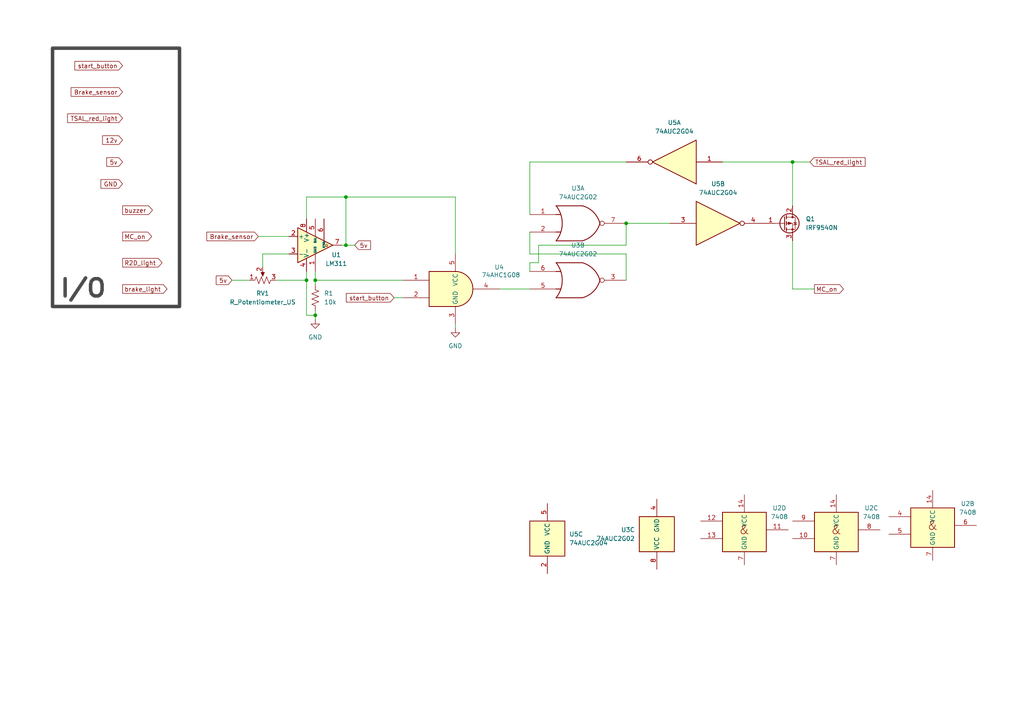
<source format=kicad_sch>
(kicad_sch (version 20231120) (generator "eeschema") (generator_version "8.0")
  (paper "A4")
  (lib_symbols
    (symbol "74xGxx:74AHC1G08"
      (property "Reference" "U" (at -2.54 3.81 0))
      (property "Value" "74AHC1G08" (at 0 -3.81 0))
      (symbol "74AHC1G08_0_1"
        (arc (start 0 -5.08) (mid 5.0579 0) (end 0 5.08) (stroke (width 0.254)) (fill (type background)))
        (polyline (pts (xy 0 -5.08) (xy -7.62 -5.08) (xy -7.62 5.08) (xy 0 5.08)) (stroke (width 0.254)) (fill (type background)))
      )
      (symbol "74AHC1G08_1_1"
        (pin input line (at -15.24 2.54 0) (length 7.62) (name "~") (number "1"))
        (pin input line (at -15.24 -2.54 0) (length 7.62) (name "~") (number "2"))
        (pin power_in line (at 0 -10.16 90) (length 5.08) (name "GND") (number "3"))
        (pin output line (at 12.7 0 180) (length 7.62) (name "~") (number "4"))
        (pin power_in line (at 0 10.16 270) (length 5.08) (name "VCC") (number "5"))
      )
    )
    (symbol "74xGxx:74AUC2G02"
      (property "Reference" "U" (at -2.54 3.81 0))
      (property "Value" "74AUC2G02" (at 0 -3.81 0))
      (symbol "74AUC2G02_1_1"
        (arc (start -7.62 -5.08) (mid -5.838 0) (end -7.62 5.08) (stroke (width 0.254)))
        (arc (start 0 -5.08) (mid 3.1986 -3.2054) (end 5.08 0) (stroke (width 0.254)))
        (polyline (pts (xy -7.62 -2.54) (xy -6.35 -2.54)) (stroke (width 0.254)) (fill (type background)))
        (polyline (pts (xy -7.62 2.54) (xy -6.35 2.54)) (stroke (width 0.254)) (fill (type background)))
        (polyline (pts (xy 0 -5.08) (xy -7.62 -5.08)) (stroke (width 0.254)) (fill (type background)))
        (polyline (pts (xy 0 5.08) (xy -7.62 5.08)) (stroke (width 0.254)) (fill (type background)))
        (arc (start 5.08 0) (mid 3.2238 3.2304) (end 0 5.08) (stroke (width 0.254)))
        (pin input line (at -15.24 2.54 0) (length 7.62) (name "~") (number "1"))
        (pin input line (at -15.24 -2.54 0) (length 7.62) (name "~") (number "2"))
        (pin output inverted (at 12.7 0 180) (length 7.62) (name "~") (number "7"))
      )
      (symbol "74AUC2G02_2_1"
        (arc (start -7.62 -5.08) (mid -5.838 0) (end -7.62 5.08) (stroke (width 0.254)))
        (arc (start 0 -5.08) (mid 3.1986 -3.2054) (end 5.08 0) (stroke (width 0.254)))
        (polyline (pts (xy -7.62 -2.54) (xy -6.35 -2.54)) (stroke (width 0.254)) (fill (type background)))
        (polyline (pts (xy -7.62 2.54) (xy -6.35 2.54)) (stroke (width 0.254)) (fill (type background)))
        (polyline (pts (xy 0 -5.08) (xy -7.62 -5.08)) (stroke (width 0.254)) (fill (type background)))
        (polyline (pts (xy 0 5.08) (xy -7.62 5.08)) (stroke (width 0.254)) (fill (type background)))
        (arc (start 5.08 0) (mid 3.2238 3.2304) (end 0 5.08) (stroke (width 0.254)))
        (pin output inverted (at 12.7 0 180) (length 7.62) (name "~") (number "3"))
        (pin input line (at -15.24 2.54 0) (length 7.62) (name "~") (number "5"))
        (pin input line (at -15.24 -2.54 0) (length 7.62) (name "~") (number "6"))
      )
      (symbol "74AUC2G02_3_0"
        (rectangle (start -5.08 -5.08) (end 5.08 5.08) (stroke (width 0.254)) (fill (type background)))
      )
      (symbol "74AUC2G02_3_1"
        (pin power_in line (at 0 -10.16 90) (length 5.08) (name "GND") (number "4"))
        (pin power_in line (at 0 10.16 270) (length 5.08) (name "VCC") (number "8"))
      )
    )
    (symbol "74xGxx:74AUC2G04"
      (property "Reference" "U" (at -2.54 3.81 0))
      (property "Value" "74AUC2G04" (at 0 -3.81 0))
      (symbol "74AUC2G04_1_1"
        (polyline (pts (xy -7.62 6.35) (xy -7.62 -6.35) (xy 5.08 0) (xy -7.62 6.35)) (stroke (width 0.254)) (fill (type background)))
        (pin input line (at -15.24 0 0) (length 7.62) (name "~") (number "1"))
        (pin output inverted (at 12.7 0 180) (length 7.62) (name "~") (number "6"))
      )
      (symbol "74AUC2G04_2_1"
        (polyline (pts (xy -7.62 6.35) (xy -7.62 -6.35) (xy 5.08 0) (xy -7.62 6.35)) (stroke (width 0.254)) (fill (type background)))
        (pin input line (at -15.24 0 0) (length 7.62) (name "~") (number "3"))
        (pin output inverted (at 12.7 0 180) (length 7.62) (name "~") (number "4"))
      )
      (symbol "74AUC2G04_3_0"
        (rectangle (start -5.08 -5.08) (end 5.08 5.08) (stroke (width 0.254)) (fill (type background)))
      )
      (symbol "74AUC2G04_3_1"
        (pin power_in line (at 0 -10.16 90) (length 5.08) (name "GND") (number "2"))
        (pin power_in line (at 0 10.16 270) (length 5.08) (name "VCC") (number "5"))
      )
    )
    (symbol "74xx_IEEE:7408"
      (property "Reference" "U" (at 2.54 7.62 0))
      (property "Value" "7408" (at 3.81 -8.89 0))
      (symbol "7408_0_1"
        (rectangle (start -6.35 5.08) (end 6.35 -6.35) (stroke (width 0.254)) (fill (type background)))
        (text "&" (at 0 0 0) (effects (font (size 2.54 2.54))))
        (pin power_in line (at 0 10.16 270) (length 5.08) (name "VCC") (number "14"))
        (pin power_in line (at 0 -10.16 90) (length 3.81) (name "GND") (number "7"))
      )
      (symbol "7408_1_1"
        (pin input line (at -12.7 2.54 0) (length 6.35) (name "~") (number "1"))
        (pin input line (at -12.7 -2.54 0) (length 6.35) (name "~") (number "2"))
        (pin output line (at 12.7 0 180) (length 6.35) (name "~") (number "3"))
      )
      (symbol "7408_2_1"
        (pin input line (at -12.7 2.54 0) (length 6.35) (name "~") (number "4"))
        (pin input line (at -12.7 -2.54 0) (length 6.35) (name "~") (number "5"))
        (pin input line (at 12.7 0 180) (length 6.35) (name "~") (number "6"))
      )
      (symbol "7408_3_1"
        (pin input line (at -12.7 -2.54 0) (length 6.35) (name "~") (number "10"))
        (pin input line (at 12.7 0 180) (length 6.35) (name "~") (number "8"))
        (pin input line (at -12.7 2.54 0) (length 6.35) (name "~") (number "9"))
      )
      (symbol "7408_4_1"
        (pin input line (at 12.7 0 180) (length 6.35) (name "~") (number "11"))
        (pin input line (at -12.7 2.54 0) (length 6.35) (name "~") (number "12"))
        (pin input line (at -12.7 -2.54 0) (length 6.35) (name "~") (number "13"))
      )
    )
    (symbol "Comparator:LM311" (pin_names (offset 0.127))
      (property "Reference" "U" (at 3.81 6.35 0))
      (property "Value" "LM311" (at 3.81 3.81 0))
      (symbol "LM311_0_1"
        (polyline (pts (xy 5.08 0) (xy -5.08 5.08) (xy -5.08 -5.08) (xy 5.08 0)) (stroke (width 0.254)) (fill (type background)))
        (polyline (pts (xy 3.683 -0.381) (xy 3.302 -0.381) (xy 3.683 0) (xy 3.302 0.381) (xy 2.921 0) (xy 3.302 -0.381) (xy 2.921 -0.381)) (stroke (width 0.127)))
      )
      (symbol "LM311_1_1"
        (pin passive line (at 0 -7.62 90) (length 5.08) (name "GND") (number "1"))
        (pin input line (at -7.62 2.54 0) (length 2.54) (name "+") (number "2"))
        (pin input line (at -7.62 -2.54 0) (length 2.54) (name "-") (number "3"))
        (pin power_in line (at -2.54 -7.62 90) (length 3.81) (name "V-") (number "4"))
        (pin input line (at 0 7.62 270) (length 5.08) (name "BAL") (number "5"))
        (pin input line (at 2.54 7.62 270) (length 6.35) (name "STRB") (number "6"))
        (pin open_collector line (at 7.62 0 180) (length 2.54) (name "~") (number "7"))
        (pin power_in line (at -2.54 7.62 270) (length 3.81) (name "V+") (number "8"))
      )
    )
    (symbol "Device:R_Potentiometer_US" (pin_names (offset 1.016) hide)
      (property "Reference" "RV" (at -4.445 0 90))
      (property "Value" "R_Potentiometer_US" (at -2.54 0 90))
      (symbol "R_Potentiometer_US_0_1"
        (polyline (pts (xy 0 -2.286) (xy 0 -2.54)))
        (polyline (pts (xy 0 2.54) (xy 0 2.286)))
        (polyline (pts (xy 2.54 0) (xy 1.524 0)))
        (polyline (pts (xy 1.143 0) (xy 2.286 0.508) (xy 2.286 -0.508) (xy 1.143 0)) (fill (type outline)))
        (polyline (pts (xy 0 -0.762) (xy 1.016 -1.143) (xy 0 -1.524) (xy -1.016 -1.905) (xy 0 -2.286)))
        (polyline (pts (xy 0 0.762) (xy 1.016 0.381) (xy 0 0) (xy -1.016 -0.381) (xy 0 -0.762)))
        (polyline (pts (xy 0 2.286) (xy 1.016 1.905) (xy 0 1.524) (xy -1.016 1.143) (xy 0 0.762)))
      )
      (symbol "R_Potentiometer_US_1_1"
        (pin passive line (at 0 3.81 270) (length 1.27) (name "1") (number "1"))
        (pin passive line (at 3.81 0 180) (length 1.27) (name "2") (number "2"))
        (pin passive line (at 0 -3.81 90) (length 1.27) (name "3") (number "3"))
      )
    )
    (symbol "Device:R_US" (pin_numbers hide) (pin_names (offset 0))
      (property "Reference" "R" (at 2.54 0 90))
      (property "Value" "R_US" (at -2.54 0 90))
      (symbol "R_US_0_1"
        (polyline (pts (xy 0 -2.286) (xy 0 -2.54)))
        (polyline (pts (xy 0 2.286) (xy 0 2.54)))
        (polyline (pts (xy 0 -0.762) (xy 1.016 -1.143) (xy 0 -1.524) (xy -1.016 -1.905) (xy 0 -2.286)))
        (polyline (pts (xy 0 0.762) (xy 1.016 0.381) (xy 0 0) (xy -1.016 -0.381) (xy 0 -0.762)))
        (polyline (pts (xy 0 2.286) (xy 1.016 1.905) (xy 0 1.524) (xy -1.016 1.143) (xy 0 0.762)))
      )
      (symbol "R_US_1_1"
        (pin passive line (at 0 3.81 270) (length 1.27) (name "~") (number "1"))
        (pin passive line (at 0 -3.81 90) (length 1.27) (name "~") (number "2"))
      )
    )
    (symbol "Transistor_FET:IRF9540N" (pin_names hide)
      (property "Reference" "Q" (at 5.08 1.905 0))
      (property "Value" "IRF9540N" (at 5.08 0 0))
      (symbol "IRF9540N_0_1"
        (polyline (pts (xy 0.254 0) (xy -2.54 0)))
        (polyline (pts (xy 0.254 1.905) (xy 0.254 -1.905)) (stroke (width 0.254)))
        (polyline (pts (xy 0.762 -1.27) (xy 0.762 -2.286)) (stroke (width 0.254)))
        (polyline (pts (xy 0.762 0.508) (xy 0.762 -0.508)) (stroke (width 0.254)))
        (polyline (pts (xy 0.762 2.286) (xy 0.762 1.27)) (stroke (width 0.254)))
        (polyline (pts (xy 2.54 2.54) (xy 2.54 1.778)))
        (polyline (pts (xy 2.54 -2.54) (xy 2.54 0) (xy 0.762 0)))
        (polyline (pts (xy 0.762 1.778) (xy 3.302 1.778) (xy 3.302 -1.778) (xy 0.762 -1.778)))
        (polyline (pts (xy 2.286 0) (xy 1.27 0.381) (xy 1.27 -0.381) (xy 2.286 0)) (fill (type outline)))
        (polyline (pts (xy 2.794 -0.508) (xy 2.921 -0.381) (xy 3.683 -0.381) (xy 3.81 -0.254)))
        (polyline (pts (xy 3.302 -0.381) (xy 2.921 0.254) (xy 3.683 0.254) (xy 3.302 -0.381)))
        (circle (center 1.651 0) (radius 2.794) (stroke (width 0.254)))
        (circle (center 2.54 -1.778) (radius 0.254) (fill (type outline)))
        (circle (center 2.54 1.778) (radius 0.254) (fill (type outline)))
      )
      (symbol "IRF9540N_1_1"
        (pin input line (at -5.08 0 0) (length 2.54) (name "G") (number "1"))
        (pin passive line (at 2.54 5.08 270) (length 2.54) (name "D") (number "2"))
        (pin passive line (at 2.54 -5.08 90) (length 2.54) (name "S") (number "3"))
      )
    )
    (symbol "power:GND" (power) (pin_numbers hide) (pin_names (offset 0) hide)
      (property "Value" "GND" (at 0 -3.81 0))
      (symbol "GND_0_1"
        (polyline (pts (xy 0 0) (xy 0 -1.27) (xy 1.27 -1.27) (xy 0 -2.54) (xy -1.27 -1.27) (xy 0 -1.27)))
      )
      (symbol "GND_1_1"
        (pin power_in line (at 0 0 270) (length 0) (name "~") (number "1"))
      )
    )
  )
  (junction (at 91.44 91.44))
  (junction (at 181.61 64.77))
  (junction (at 91.44 81.28))
  (junction (at 88.9 81.28))
  (junction (at 100.33 71.12))
  (junction (at 229.87 46.99))
  (junction (at 100.33 57.15))
  (wire (pts (xy 181.61 71.12) (xy 181.61 64.77)))
  (wire (pts (xy 76.2 73.66) (xy 76.2 77.47)))
  (wire (pts (xy 88.9 57.15) (xy 100.33 57.15)))
  (wire (pts (xy 194.31 64.77) (xy 181.61 64.77)))
  (wire (pts (xy 100.33 71.12) (xy 102.87 71.12)))
  (wire (pts (xy 153.67 76.2) (xy 156.21 76.2)))
  (wire (pts (xy 91.44 91.44) (xy 91.44 90.17)))
  (wire (pts (xy 132.08 93.98) (xy 132.08 95.25)))
  (wire (pts (xy 209.55 46.99) (xy 229.87 46.99)))
  (wire (pts (xy 91.44 81.28) (xy 91.44 78.74)))
  (wire (pts (xy 88.9 63.5) (xy 88.9 57.15)))
  (wire (pts (xy 236.22 83.82) (xy 229.87 83.82)))
  (wire (pts (xy 88.9 78.74) (xy 88.9 81.28)))
  (wire (pts (xy 74.93 68.58) (xy 83.82 68.58)))
  (wire (pts (xy 132.08 57.15) (xy 132.08 73.66)))
  (wire (pts (xy 88.9 81.28) (xy 88.9 91.44)))
  (wire (pts (xy 229.87 83.82) (xy 229.87 69.85)))
  (wire (pts (xy 67.31 81.28) (xy 72.39 81.28)))
  (wire (pts (xy 114.3 86.36) (xy 116.84 86.36)))
  (wire (pts (xy 80.01 81.28) (xy 88.9 81.28)))
  (wire (pts (xy 156.21 76.2) (xy 156.21 71.12)))
  (wire (pts (xy 153.67 46.99) (xy 181.61 46.99)))
  (wire (pts (xy 153.67 73.66) (xy 153.67 67.31)))
  (wire (pts (xy 181.61 73.66) (xy 153.67 73.66)))
  (wire (pts (xy 153.67 62.23) (xy 153.67 46.99)))
  (wire (pts (xy 99.06 71.12) (xy 100.33 71.12)))
  (wire (pts (xy 153.67 83.82) (xy 144.78 83.82)))
  (wire (pts (xy 88.9 91.44) (xy 91.44 91.44)))
  (wire (pts (xy 83.82 73.66) (xy 76.2 73.66)))
  (wire (pts (xy 100.33 57.15) (xy 100.33 71.12)))
  (wire (pts (xy 100.33 57.15) (xy 132.08 57.15)))
  (wire (pts (xy 153.67 78.74) (xy 153.67 76.2)))
  (wire (pts (xy 229.87 46.99) (xy 229.87 59.69)))
  (wire (pts (xy 91.44 92.71) (xy 91.44 91.44)))
  (wire (pts (xy 156.21 71.12) (xy 181.61 71.12)))
  (wire (pts (xy 181.61 81.28) (xy 181.61 73.66)))
  (wire (pts (xy 116.84 81.28) (xy 91.44 81.28)))
  (wire (pts (xy 234.95 46.99) (xy 229.87 46.99)))
  (wire (pts (xy 91.44 82.55) (xy 91.44 81.28)))
  (rectangle (start 15.24 13.97) (end 52.07 88.9) (stroke (width 1) (color 72 72 72 1)))
  (text "I/O\n" (at 24.13 83.82 0) (effects (font (size 5 5) (thickness 1) (bold yes))))
  (global_label "TSAL_red_light" (shape input) (at 35.56 34.29 180) (property "Intersheetrefs" "${INTERSHEET_REFS}" (effects (hide yes))))
  (global_label "start_button" (shape input) (at 35.56 19.05 180) (property "Intersheetrefs" "${INTERSHEET_REFS}" (effects (hide yes))))
  (global_label "R2D_light" (shape output) (at 35.56 76.2 0) (property "Intersheetrefs" "${INTERSHEET_REFS}" (effects (hide yes))))
  (global_label "12v" (shape input) (at 35.56 40.64 180) (property "Intersheetrefs" "${INTERSHEET_REFS}" (effects (hide yes))))
  (global_label "GND" (shape input) (at 35.56 53.34 180) (property "Intersheetrefs" "${INTERSHEET_REFS}" (effects (hide yes))))
  (global_label "Brake_sensor" (shape input) (at 74.93 68.58 180) (property "Intersheetrefs" "${INTERSHEET_REFS}" (effects (hide yes))))
  (global_label "Brake_sensor" (shape input) (at 35.56 26.67 180) (property "Intersheetrefs" "${INTERSHEET_REFS}" (effects (hide yes))))
  (global_label "5v" (shape input) (at 35.56 46.99 180) (property "Intersheetrefs" "${INTERSHEET_REFS}" (effects (hide yes))))
  (global_label "5v" (shape input) (at 67.31 81.28 180) (property "Intersheetrefs" "${INTERSHEET_REFS}" (effects (hide yes))))
  (global_label "MC_on" (shape output) (at 35.56 68.58 0) (property "Intersheetrefs" "${INTERSHEET_REFS}" (effects (hide yes))))
  (global_label "MC_on" (shape output) (at 236.22 83.82 0) (property "Intersheetrefs" "${INTERSHEET_REFS}" (effects (hide yes))))
  (global_label "5v" (shape input) (at 102.87 71.12 0) (property "Intersheetrefs" "${INTERSHEET_REFS}" (effects (hide yes))))
  (global_label "start_button" (shape input) (at 114.3 86.36 180) (property "Intersheetrefs" "${INTERSHEET_REFS}" (effects (hide yes))))
  (global_label "buzzer" (shape output) (at 35.56 60.96 0) (property "Intersheetrefs" "${INTERSHEET_REFS}" (effects (hide yes))))
  (global_label "TSAL_red_light" (shape input) (at 234.95 46.99 0) (property "Intersheetrefs" "${INTERSHEET_REFS}" (effects (hide yes))))
  (global_label "brake_light" (shape output) (at 35.56 83.82 0) (property "Intersheetrefs" "${INTERSHEET_REFS}" (effects (hide yes))))
  (symbol (lib_id "power:GND") (at 91.44 92.71 0) (unit 1)
    (property "Reference" "#PWR01" (effects (hide yes)))
    (property "Value" "GND" (at 91.44 97.79 0))
    (property "Description" "Power symbol creates a global label with name \"GND\" , ground" (effects (hide yes)))
  )
  (symbol (lib_id "Transistor_FET:IRF9540N") (at 227.33 64.77 0) (unit 1)
    (property "Reference" "Q1" (at 233.68 63.4999 0) (effects (justify left)))
    (property "Value" "IRF9540N" (at 233.68 66.0399 0) (effects (justify left)))
    (property "Footprint" "Package_TO_SOT_THT:TO-220-3_Vertical" (effects (hide yes)))
    (property "Datasheet" "http://www.irf.com/product-info/datasheets/data/irf9540n.pdf" (effects (hide yes)))
    (property "Description" "-23A Id, -100V Vds, 117mOhm Rds, P-Channel HEXFET Power MOSFET, TO-220" (effects (hide yes)))
  )
  (symbol (lib_id "74xGxx:74AUC2G02") (at 168.91 81.28 0) (mirror x) (unit 2)
    (property "Reference" "U3" (at 167.64 71.12 0))
    (property "Value" "74AUC2G02" (at 167.64 73.66 0))
    (property "Datasheet" "http://www.ti.com/lit/sg/scyt129e/scyt129e.pdf" (effects (hide yes)))
    (property "Description" "Dual NOR Gate, Low-Voltage CMOS" (effects (hide yes)))
  )
  (symbol (lib_id "power:GND") (at 132.08 95.25 0) (unit 1)
    (property "Reference" "#PWR03" (effects (hide yes)))
    (property "Value" "GND" (at 132.08 100.33 0))
    (property "Description" "Power symbol creates a global label with name \"GND\" , ground" (effects (hide yes)))
  )
  (symbol (lib_id "74xGxx:74AUC2G02") (at 190.5 154.94 0) (mirror x) (unit 3)
    (property "Reference" "U3" (at 184.15 153.6699 0) (effects (justify right)))
    (property "Value" "74AUC2G02" (at 184.15 156.2099 0) (effects (justify right)))
    (property "Datasheet" "http://www.ti.com/lit/sg/scyt129e/scyt129e.pdf" (effects (hide yes)))
    (property "Description" "Dual NOR Gate, Low-Voltage CMOS" (effects (hide yes)))
  )
  (symbol (lib_id "74xGxx:74AUC2G04") (at 158.75 156.21 0) (unit 3)
    (property "Reference" "U5" (at 165.1 154.9399 0) (effects (justify left)))
    (property "Value" "74AUC2G04" (at 165.1 157.4799 0) (effects (justify left)))
    (property "Datasheet" "http://www.ti.com/lit/sg/scyt129e/scyt129e.pdf" (effects (hide yes)))
    (property "Description" "Dual NOT Gate, Low-Voltage CMOS" (effects (hide yes)))
  )
  (symbol (lib_id "74xx_IEEE:7408") (at 215.9 153.67 0) (unit 4)
    (property "Reference" "U2" (at 226.06 147.3514 0))
    (property "Value" "7408" (at 226.06 149.8914 0))
  )
  (symbol (lib_id "74xGxx:74AUC2G02") (at 168.91 64.77 0) (unit 1)
    (property "Reference" "U3" (at 167.64 54.61 0))
    (property "Value" "74AUC2G02" (at 167.64 57.15 0))
    (property "Datasheet" "http://www.ti.com/lit/sg/scyt129e/scyt129e.pdf" (effects (hide yes)))
    (property "Description" "Dual NOR Gate, Low-Voltage CMOS" (effects (hide yes)))
  )
  (symbol (lib_id "Device:R_Potentiometer_US") (at 76.2 81.28 90) (unit 1)
    (property "Reference" "RV1" (at 76.2 85.09 90))
    (property "Value" "R_Potentiometer_US" (at 76.2 87.63 90))
    (property "Description" "Potentiometer, US symbol" (effects (hide yes)))
  )
  (symbol (lib_id "74xGxx:74AUC2G04") (at 209.55 64.77 0) (unit 2)
    (property "Reference" "U5" (at 208.28 53.34 0))
    (property "Value" "74AUC2G04" (at 208.28 55.88 0))
    (property "Datasheet" "http://www.ti.com/lit/sg/scyt129e/scyt129e.pdf" (effects (hide yes)))
    (property "Description" "Dual NOT Gate, Low-Voltage CMOS" (effects (hide yes)))
  )
  (symbol (lib_id "Device:R_US") (at 91.44 86.36 0) (unit 1)
    (property "Reference" "R1" (at 93.98 85.0899 0) (effects (justify left)))
    (property "Value" "10k" (at 93.98 87.6299 0) (effects (justify left)))
    (property "Description" "Resistor, US symbol" (effects (hide yes)))
  )
  (symbol (lib_id "Comparator:LM311") (at 91.44 71.12 0) (unit 1)
    (property "Reference" "U1" (at 97.536 73.914 0))
    (property "Value" "LM311" (at 97.536 76.454 0))
    (property "Datasheet" "https://www.st.com/resource/en/datasheet/lm311.pdf" (effects (hide yes)))
    (property "Description" "Voltage Comparator, DIP-8/SOIC-8" (effects (hide yes)))
  )
  (symbol (lib_id "74xGxx:74AHC1G08") (at 132.08 83.82 0) (unit 1)
    (property "Reference" "U4" (at 144.78 77.5014 0))
    (property "Value" "74AHC1G08" (at 145.288 79.756 0))
    (property "Datasheet" "http://www.ti.com/lit/sg/scyt129e/scyt129e.pdf" (effects (hide yes)))
    (property "Description" "Single AND Gate, Low-Voltage CMOS" (effects (hide yes)))
  )
  (symbol (lib_id "74xGxx:74AUC2G04") (at 194.31 46.99 180) (unit 1)
    (property "Reference" "U5" (at 195.58 35.56 0))
    (property "Value" "74AUC2G04" (at 195.58 38.1 0))
    (property "Datasheet" "http://www.ti.com/lit/sg/scyt129e/scyt129e.pdf" (effects (hide yes)))
    (property "Description" "Dual NOT Gate, Low-Voltage CMOS" (effects (hide yes)))
  )
  (symbol (lib_id "74xx_IEEE:7408") (at 270.51 152.4 0) (unit 2)
    (property "Reference" "U2" (at 280.67 146.0814 0))
    (property "Value" "7408" (at 280.67 148.6214 0))
  )
  (symbol (lib_id "74xx_IEEE:7408") (at 242.57 153.67 0) (unit 3)
    (property "Reference" "U2" (at 252.73 147.3514 0))
    (property "Value" "7408" (at 252.73 149.8914 0))
  )
)
</source>
